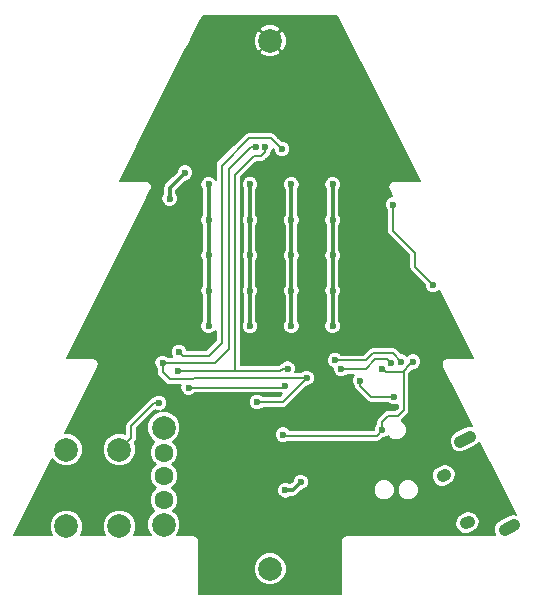
<source format=gbl>
G04 #@! TF.FileFunction,Copper,L2,Bot,Signal*
%FSLAX46Y46*%
G04 Gerber Fmt 4.6, Leading zero omitted, Abs format (unit mm)*
G04 Created by KiCad (PCBNEW 4.0.3-stable) date 11/02/16 23:14:01*
%MOMM*%
%LPD*%
G01*
G04 APERTURE LIST*
%ADD10C,0.100000*%
%ADD11C,1.000000*%
%ADD12C,2.000000*%
%ADD13C,1.600000*%
%ADD14C,0.600000*%
%ADD15C,0.200000*%
%ADD16C,0.300000*%
G04 APERTURE END LIST*
D10*
D11*
X144601367Y-124511998D02*
X144824905Y-124400058D01*
X146593895Y-128490984D02*
X146817433Y-128379044D01*
X146120100Y-121570642D02*
X146924838Y-121167658D01*
X149858888Y-129036830D02*
X150663626Y-128633846D01*
D12*
X130000000Y-87650000D03*
X130000000Y-132350000D03*
X112750000Y-128750000D03*
X117250000Y-128750000D03*
X117250000Y-122250000D03*
X112750000Y-122250000D03*
D13*
X121000000Y-124500000D03*
X121000000Y-126500000D03*
X121000000Y-122500000D03*
D12*
X121000000Y-120400000D03*
X121000000Y-128600000D03*
D14*
X131100000Y-120975000D03*
X139500000Y-120600000D03*
X142100000Y-114800000D03*
X122800000Y-98800000D03*
X121500000Y-101000000D03*
X139500000Y-115400000D03*
X130800000Y-95700000D03*
X142524999Y-119200001D03*
X139300000Y-123700000D03*
X135300000Y-132000000D03*
X136300000Y-98100000D03*
X138900000Y-112200000D03*
X115600000Y-116500000D03*
X127400000Y-91100000D03*
X124500000Y-112800000D03*
X117600000Y-116300000D03*
X125000000Y-123200000D03*
X136000000Y-123000000D03*
X134100000Y-128800000D03*
X127800000Y-126700000D03*
X145200000Y-114100000D03*
X136400000Y-88600000D03*
X123600000Y-88600000D03*
X141000000Y-99304739D03*
X119200000Y-98804739D03*
X114600000Y-114200000D03*
X114100000Y-118800000D03*
X131900000Y-127500000D03*
X124600000Y-132400000D03*
X143700000Y-125800000D03*
X143800000Y-125300000D03*
X144200000Y-125600000D03*
X132600000Y-125000000D03*
X131300000Y-125700000D03*
X143800000Y-108300000D03*
X140400000Y-101500000D03*
X120600000Y-118300000D03*
X124800000Y-111800000D03*
X124800000Y-99800000D03*
X124800000Y-108800000D03*
X124800000Y-105800000D03*
X124800000Y-102800000D03*
X128300000Y-99800000D03*
X128300000Y-102800000D03*
X128300000Y-105800000D03*
X128300000Y-108800000D03*
X128300000Y-111800000D03*
X131800000Y-111800000D03*
X131800000Y-108800000D03*
X131800000Y-105800000D03*
X131800000Y-102800000D03*
X131800000Y-99800000D03*
X135300000Y-99800000D03*
X135300000Y-102800000D03*
X135300000Y-105800000D03*
X135300000Y-108800000D03*
X135300000Y-111800000D03*
X141100000Y-114800000D03*
X135500000Y-114700000D03*
X137600000Y-116400000D03*
X133100000Y-116200000D03*
X140500000Y-117800000D03*
X128900000Y-118224264D03*
X120900000Y-114900000D03*
X128800000Y-96600000D03*
X129600000Y-96600000D03*
X140200000Y-114900000D03*
X131500000Y-115400000D03*
X122200000Y-115600000D03*
X136000000Y-115400000D03*
X123100000Y-117000000D03*
X131300000Y-116900000D03*
X131000000Y-96800000D03*
X122300000Y-114000000D03*
D15*
X139500000Y-120600000D02*
X139034156Y-121065844D01*
X139034156Y-121065844D02*
X131190844Y-121065844D01*
X131190844Y-121065844D02*
X131100000Y-120975000D01*
X139500000Y-115400000D02*
X139799999Y-115699999D01*
X139799999Y-115699999D02*
X141200001Y-115699999D01*
X141200001Y-115699999D02*
X141300000Y-115600000D01*
X141300000Y-115600000D02*
X141800001Y-115099999D01*
X139500000Y-120600000D02*
X139500000Y-119900000D01*
X140800000Y-119400000D02*
X141300000Y-118900000D01*
X139500000Y-119900000D02*
X140000000Y-119400000D01*
X141300000Y-118900000D02*
X141300000Y-115600000D01*
X140000000Y-119400000D02*
X140800000Y-119400000D01*
X141800001Y-115099999D02*
X142100000Y-114800000D01*
D16*
X121500000Y-101000000D02*
X121500000Y-100100000D01*
X121500000Y-100100000D02*
X122800000Y-98800000D01*
X131300000Y-125700000D02*
X131900000Y-125700000D01*
X131900000Y-125700000D02*
X132600000Y-125000000D01*
D15*
X143800000Y-108300000D02*
X142300000Y-106800000D01*
X142300000Y-106800000D02*
X142300000Y-105600000D01*
X140400000Y-103700000D02*
X142300000Y-105600000D01*
X140400000Y-101924264D02*
X140400000Y-103700000D01*
X140400000Y-101500000D02*
X140400000Y-101924264D01*
X118249999Y-121250001D02*
X118249999Y-120500000D01*
X120600000Y-118300000D02*
X120175736Y-118300000D01*
X120175736Y-118300000D02*
X118249999Y-120225737D01*
X118249999Y-120225737D02*
X118249999Y-120500000D01*
X117250000Y-122250000D02*
X118249999Y-121250001D01*
D16*
X124800000Y-111800000D02*
X124800000Y-111375736D01*
X124800000Y-111375736D02*
X124800000Y-108800000D01*
X124800000Y-99800000D02*
X124800000Y-102800000D01*
X124800000Y-105800000D02*
X124800000Y-102800000D01*
X124800000Y-108800000D02*
X124800000Y-108375736D01*
X124800000Y-108375736D02*
X124800000Y-105800000D01*
X128300000Y-102800000D02*
X128300000Y-99800000D01*
X128300000Y-105800000D02*
X128300000Y-102800000D01*
X128300000Y-108800000D02*
X128300000Y-105800000D01*
X128300000Y-111800000D02*
X128300000Y-108800000D01*
X131800000Y-108800000D02*
X131800000Y-111800000D01*
X131800000Y-105800000D02*
X131800000Y-108800000D01*
X131800000Y-102800000D02*
X131800000Y-105800000D01*
X131800000Y-99800000D02*
X131800000Y-102800000D01*
X135300000Y-100224264D02*
X135300000Y-102800000D01*
X135300000Y-99800000D02*
X135300000Y-100224264D01*
X135300000Y-105800000D02*
X135300000Y-102800000D01*
X135300000Y-108800000D02*
X135300000Y-105800000D01*
X135300000Y-111800000D02*
X135300000Y-108800000D01*
D15*
X138700000Y-114100000D02*
X140400000Y-114100000D01*
X140400000Y-114100000D02*
X141100000Y-114800000D01*
X138100000Y-114700000D02*
X138700000Y-114100000D01*
X137500000Y-114700000D02*
X138100000Y-114700000D01*
X135500000Y-114700000D02*
X137500000Y-114700000D01*
X137600000Y-116400000D02*
X137600000Y-116824264D01*
X140075736Y-117800000D02*
X140500000Y-117800000D01*
X137600000Y-116824264D02*
X138575736Y-117800000D01*
X138575736Y-117800000D02*
X140075736Y-117800000D01*
X128900000Y-118224264D02*
X131075736Y-118224264D01*
X131075736Y-118224264D02*
X133100000Y-116200000D01*
X133100000Y-116200000D02*
X123599998Y-116200000D01*
X123599998Y-116200000D02*
X123499999Y-116299999D01*
X123499999Y-116299999D02*
X121499999Y-116299999D01*
X121499999Y-116299999D02*
X120900000Y-115700000D01*
X120900000Y-115700000D02*
X120900000Y-114900000D01*
X126500000Y-98475736D02*
X126500000Y-113700000D01*
X126500000Y-113700000D02*
X125300000Y-114900000D01*
X128800000Y-96600000D02*
X128375736Y-96600000D01*
X128375736Y-96600000D02*
X126500000Y-98475736D01*
X121324264Y-114900000D02*
X125300000Y-114900000D01*
X120900000Y-114900000D02*
X121324264Y-114900000D01*
X129600000Y-96600000D02*
X129600000Y-97024264D01*
X128600000Y-97400000D02*
X127000000Y-99000000D01*
X127000000Y-99000000D02*
X127000000Y-115600000D01*
X129600000Y-97024264D02*
X129224264Y-97400000D01*
X129224264Y-97400000D02*
X128600000Y-97400000D01*
X138100000Y-115400000D02*
X138899999Y-114600001D01*
X138899999Y-114600001D02*
X139900001Y-114600001D01*
X139900001Y-114600001D02*
X140200000Y-114900000D01*
X138100000Y-115400000D02*
X136000000Y-115400000D01*
X131500000Y-115400000D02*
X131075736Y-115400000D01*
X130875736Y-115600000D02*
X127000000Y-115600000D01*
X131075736Y-115400000D02*
X130875736Y-115600000D01*
X127000000Y-115600000D02*
X122200000Y-115600000D01*
X123100000Y-117000000D02*
X131200000Y-117000000D01*
X131200000Y-117000000D02*
X131300000Y-116900000D01*
X122300000Y-114000000D02*
X122599999Y-114299999D01*
X122599999Y-114299999D02*
X124800000Y-114300000D01*
X124800000Y-114300000D02*
X125900000Y-113200000D01*
X125900000Y-113200000D02*
X125900000Y-98200000D01*
X125900000Y-98200000D02*
X128200000Y-95900000D01*
X128200000Y-95900000D02*
X130100000Y-95900000D01*
X130100000Y-95900000D02*
X131000000Y-96800000D01*
G36*
X142690982Y-99500000D02*
X140500000Y-99500000D01*
X140482379Y-99503505D01*
X140464556Y-99501258D01*
X140387262Y-99522425D01*
X140308658Y-99538060D01*
X140293721Y-99548041D01*
X140276393Y-99552786D01*
X140213076Y-99601926D01*
X140146447Y-99646447D01*
X140136467Y-99661383D01*
X140122273Y-99672399D01*
X140082586Y-99742021D01*
X140038060Y-99808658D01*
X140034555Y-99826281D01*
X140025659Y-99841886D01*
X140015636Y-99921391D01*
X140000000Y-100000000D01*
X140003505Y-100017621D01*
X140001258Y-100035444D01*
X140022425Y-100112738D01*
X140038060Y-100191342D01*
X140048041Y-100206279D01*
X140052786Y-100223607D01*
X140340957Y-100799948D01*
X140261372Y-100799879D01*
X140004000Y-100906223D01*
X139806915Y-101102964D01*
X139700122Y-101360150D01*
X139699879Y-101638628D01*
X139806223Y-101896000D01*
X139900000Y-101989941D01*
X139900000Y-103700000D01*
X139938060Y-103891342D01*
X140046447Y-104053553D01*
X141800000Y-105807107D01*
X141800000Y-106800000D01*
X141838060Y-106991342D01*
X141946447Y-107153553D01*
X143099994Y-108307101D01*
X143099879Y-108438628D01*
X143206223Y-108696000D01*
X143402964Y-108893085D01*
X143660150Y-108999878D01*
X143938628Y-109000121D01*
X144196000Y-108893777D01*
X144323988Y-108766012D01*
X147190982Y-114500000D01*
X145000000Y-114500000D01*
X144982379Y-114503505D01*
X144964556Y-114501258D01*
X144887262Y-114522425D01*
X144808658Y-114538060D01*
X144793721Y-114548041D01*
X144776393Y-114552786D01*
X144713076Y-114601926D01*
X144646447Y-114646447D01*
X144636467Y-114661383D01*
X144622273Y-114672399D01*
X144582586Y-114742021D01*
X144538060Y-114808658D01*
X144534555Y-114826281D01*
X144525659Y-114841886D01*
X144515636Y-114921391D01*
X144500000Y-115000000D01*
X144503505Y-115017621D01*
X144501258Y-115035444D01*
X144522425Y-115112738D01*
X144538060Y-115191342D01*
X144548041Y-115206279D01*
X144552786Y-115223607D01*
X147082483Y-120283000D01*
X146884139Y-120258119D01*
X146545504Y-120351077D01*
X145693468Y-120777745D01*
X145416183Y-120993217D01*
X145242463Y-121298400D01*
X145198754Y-121646832D01*
X145291712Y-121985467D01*
X145507184Y-122262752D01*
X145812367Y-122436472D01*
X146160799Y-122480181D01*
X146499434Y-122387223D01*
X147351470Y-121960555D01*
X147628755Y-121745083D01*
X147727121Y-121572278D01*
X150815196Y-127748426D01*
X150622927Y-127724307D01*
X150284292Y-127817265D01*
X149432256Y-128243933D01*
X149154971Y-128459405D01*
X148981251Y-128764588D01*
X148937542Y-129113020D01*
X149030500Y-129451655D01*
X149068068Y-129500000D01*
X136500000Y-129500000D01*
X136308658Y-129538060D01*
X136146447Y-129646447D01*
X136038060Y-129808658D01*
X136000000Y-130000000D01*
X136000000Y-134500000D01*
X124000000Y-134500000D01*
X124000000Y-132627256D01*
X128599757Y-132627256D01*
X128812445Y-133142000D01*
X129205928Y-133536170D01*
X129720301Y-133749757D01*
X130277256Y-133750243D01*
X130792000Y-133537555D01*
X131186170Y-133144072D01*
X131399757Y-132629699D01*
X131400243Y-132072744D01*
X131187555Y-131558000D01*
X130794072Y-131163830D01*
X130279699Y-130950243D01*
X129722744Y-130949757D01*
X129208000Y-131162445D01*
X128813830Y-131555928D01*
X128600243Y-132070301D01*
X128599757Y-132627256D01*
X124000000Y-132627256D01*
X124000000Y-130000000D01*
X123961940Y-129808658D01*
X123853553Y-129646447D01*
X123691342Y-129538060D01*
X123500000Y-129500000D01*
X122080057Y-129500000D01*
X122186170Y-129394072D01*
X122399757Y-128879699D01*
X122400032Y-128564321D01*
X145678242Y-128564321D01*
X145771199Y-128902956D01*
X145986670Y-129180242D01*
X146291853Y-129353963D01*
X146640285Y-129397672D01*
X146978920Y-129304715D01*
X147238370Y-129174793D01*
X147515656Y-128959322D01*
X147689376Y-128654139D01*
X147733086Y-128305708D01*
X147640129Y-127967072D01*
X147424658Y-127689786D01*
X147119475Y-127516066D01*
X146771043Y-127472356D01*
X146432408Y-127565313D01*
X146172958Y-127695235D01*
X145895672Y-127910706D01*
X145721951Y-128215889D01*
X145678242Y-128564321D01*
X122400032Y-128564321D01*
X122400243Y-128322744D01*
X122187555Y-127808000D01*
X121794072Y-127413830D01*
X121786332Y-127410616D01*
X122016717Y-127180633D01*
X122199791Y-126739742D01*
X122200207Y-126262353D01*
X122025128Y-125838628D01*
X130599879Y-125838628D01*
X130706223Y-126096000D01*
X130902964Y-126293085D01*
X131160150Y-126399878D01*
X131438628Y-126400121D01*
X131696000Y-126293777D01*
X131739854Y-126250000D01*
X131900000Y-126250000D01*
X132110476Y-126208134D01*
X132288909Y-126088909D01*
X132559582Y-125818236D01*
X138778844Y-125818236D01*
X138915572Y-126149143D01*
X139168525Y-126402538D01*
X139499194Y-126539843D01*
X139857236Y-126540156D01*
X140188143Y-126403428D01*
X140441538Y-126150475D01*
X140578843Y-125819806D01*
X140578844Y-125818236D01*
X140810844Y-125818236D01*
X140947572Y-126149143D01*
X141200525Y-126402538D01*
X141531194Y-126539843D01*
X141889236Y-126540156D01*
X142220143Y-126403428D01*
X142473538Y-126150475D01*
X142610843Y-125819806D01*
X142611156Y-125461764D01*
X142474428Y-125130857D01*
X142221475Y-124877462D01*
X141890806Y-124740157D01*
X141532764Y-124739844D01*
X141201857Y-124876572D01*
X140948462Y-125129525D01*
X140811157Y-125460194D01*
X140810844Y-125818236D01*
X140578844Y-125818236D01*
X140579156Y-125461764D01*
X140442428Y-125130857D01*
X140189475Y-124877462D01*
X139858806Y-124740157D01*
X139500764Y-124739844D01*
X139169857Y-124876572D01*
X138916462Y-125129525D01*
X138779157Y-125460194D01*
X138778844Y-125818236D01*
X132559582Y-125818236D01*
X132677750Y-125700068D01*
X132738628Y-125700121D01*
X132996000Y-125593777D01*
X133193085Y-125397036D01*
X133299878Y-125139850D01*
X133300121Y-124861372D01*
X133193777Y-124604000D01*
X133175145Y-124585335D01*
X143685714Y-124585335D01*
X143778671Y-124923970D01*
X143994142Y-125201256D01*
X144299325Y-125374977D01*
X144647757Y-125418686D01*
X144986392Y-125325729D01*
X145245842Y-125195807D01*
X145523128Y-124980336D01*
X145696848Y-124675153D01*
X145740558Y-124326722D01*
X145647601Y-123988086D01*
X145432130Y-123710800D01*
X145126947Y-123537080D01*
X144778515Y-123493370D01*
X144439880Y-123586327D01*
X144180430Y-123716249D01*
X143903144Y-123931720D01*
X143729423Y-124236903D01*
X143685714Y-124585335D01*
X133175145Y-124585335D01*
X132997036Y-124406915D01*
X132739850Y-124300122D01*
X132461372Y-124299879D01*
X132204000Y-124406223D01*
X132006915Y-124602964D01*
X131900122Y-124860150D01*
X131900068Y-124922115D01*
X131706144Y-125116039D01*
X131697036Y-125106915D01*
X131439850Y-125000122D01*
X131161372Y-124999879D01*
X130904000Y-125106223D01*
X130706915Y-125302964D01*
X130600122Y-125560150D01*
X130599879Y-125838628D01*
X122025128Y-125838628D01*
X122017903Y-125821143D01*
X121697057Y-125499735D01*
X122016717Y-125180633D01*
X122199791Y-124739742D01*
X122200207Y-124262353D01*
X122017903Y-123821143D01*
X121697057Y-123499735D01*
X122016717Y-123180633D01*
X122199791Y-122739742D01*
X122200207Y-122262353D01*
X122017903Y-121821143D01*
X121786848Y-121589684D01*
X121792000Y-121587555D01*
X122186170Y-121194072D01*
X122219573Y-121113628D01*
X130399879Y-121113628D01*
X130506223Y-121371000D01*
X130702964Y-121568085D01*
X130960150Y-121674878D01*
X131238628Y-121675121D01*
X131496000Y-121568777D01*
X131498938Y-121565844D01*
X139034156Y-121565844D01*
X139225498Y-121527784D01*
X139387709Y-121419397D01*
X139507100Y-121300006D01*
X139638628Y-121300121D01*
X139896000Y-121193777D01*
X139976134Y-121113783D01*
X140184525Y-121322538D01*
X140515194Y-121459843D01*
X140873236Y-121460156D01*
X141204143Y-121323428D01*
X141457538Y-121070475D01*
X141594843Y-120739806D01*
X141595156Y-120381764D01*
X141458428Y-120050857D01*
X141205475Y-119797462D01*
X141132925Y-119767337D01*
X141153553Y-119753553D01*
X141653554Y-119253553D01*
X141761940Y-119091342D01*
X141800000Y-118900000D01*
X141800000Y-115807106D01*
X142107101Y-115500006D01*
X142238628Y-115500121D01*
X142496000Y-115393777D01*
X142693085Y-115197036D01*
X142799878Y-114939850D01*
X142800121Y-114661372D01*
X142693777Y-114404000D01*
X142497036Y-114206915D01*
X142239850Y-114100122D01*
X141961372Y-114099879D01*
X141704000Y-114206223D01*
X141599991Y-114310050D01*
X141497036Y-114206915D01*
X141239850Y-114100122D01*
X141107113Y-114100006D01*
X140753553Y-113746447D01*
X140591342Y-113638060D01*
X140400000Y-113600000D01*
X138700000Y-113600000D01*
X138508658Y-113638060D01*
X138346447Y-113746447D01*
X137892894Y-114200000D01*
X135989959Y-114200000D01*
X135897036Y-114106915D01*
X135639850Y-114000122D01*
X135361372Y-113999879D01*
X135104000Y-114106223D01*
X134906915Y-114302964D01*
X134800122Y-114560150D01*
X134799879Y-114838628D01*
X134906223Y-115096000D01*
X135102964Y-115293085D01*
X135300022Y-115374911D01*
X135299879Y-115538628D01*
X135406223Y-115796000D01*
X135602964Y-115993085D01*
X135860150Y-116099878D01*
X136138628Y-116100121D01*
X136396000Y-115993777D01*
X136489941Y-115900000D01*
X137110059Y-115900000D01*
X137006915Y-116002964D01*
X136900122Y-116260150D01*
X136899879Y-116538628D01*
X137006223Y-116796000D01*
X137116315Y-116906285D01*
X137138060Y-117015606D01*
X137246447Y-117177817D01*
X138222183Y-118153553D01*
X138384394Y-118261940D01*
X138575736Y-118300000D01*
X140010041Y-118300000D01*
X140102964Y-118393085D01*
X140360150Y-118499878D01*
X140638628Y-118500121D01*
X140800000Y-118433443D01*
X140800000Y-118692893D01*
X140592894Y-118900000D01*
X140000000Y-118900000D01*
X139808658Y-118938060D01*
X139646447Y-119046446D01*
X139146447Y-119546447D01*
X139038060Y-119708658D01*
X139000000Y-119900000D01*
X139000000Y-120110041D01*
X138906915Y-120202964D01*
X138800122Y-120460150D01*
X138800030Y-120565844D01*
X131680644Y-120565844D01*
X131497036Y-120381915D01*
X131239850Y-120275122D01*
X130961372Y-120274879D01*
X130704000Y-120381223D01*
X130506915Y-120577964D01*
X130400122Y-120835150D01*
X130399879Y-121113628D01*
X122219573Y-121113628D01*
X122399757Y-120679699D01*
X122400243Y-120122744D01*
X122187555Y-119608000D01*
X121794072Y-119213830D01*
X121279699Y-119000243D01*
X120739474Y-118999772D01*
X120996000Y-118893777D01*
X121193085Y-118697036D01*
X121299878Y-118439850D01*
X121300121Y-118161372D01*
X121193777Y-117904000D01*
X120997036Y-117706915D01*
X120739850Y-117600122D01*
X120461372Y-117599879D01*
X120204000Y-117706223D01*
X120093716Y-117816315D01*
X119984394Y-117838060D01*
X119822182Y-117946447D01*
X117896446Y-119872184D01*
X117788059Y-120034395D01*
X117749999Y-120225737D01*
X117749999Y-120941720D01*
X117529699Y-120850243D01*
X116972744Y-120849757D01*
X116458000Y-121062445D01*
X116063830Y-121455928D01*
X115850243Y-121970301D01*
X115849757Y-122527256D01*
X116062445Y-123042000D01*
X116455928Y-123436170D01*
X116970301Y-123649757D01*
X117527256Y-123650243D01*
X118042000Y-123437555D01*
X118436170Y-123044072D01*
X118649757Y-122529699D01*
X118650243Y-121972744D01*
X118528647Y-121678459D01*
X118603552Y-121603554D01*
X118711939Y-121441343D01*
X118734374Y-121328553D01*
X118749999Y-121250001D01*
X118749999Y-120432843D01*
X120264292Y-118918551D01*
X120460150Y-118999878D01*
X120721898Y-119000106D01*
X120208000Y-119212445D01*
X119813830Y-119605928D01*
X119600243Y-120120301D01*
X119599757Y-120677256D01*
X119812445Y-121192000D01*
X120205928Y-121586170D01*
X120213668Y-121589384D01*
X119983283Y-121819367D01*
X119800209Y-122260258D01*
X119799793Y-122737647D01*
X119982097Y-123178857D01*
X120302943Y-123500265D01*
X119983283Y-123819367D01*
X119800209Y-124260258D01*
X119799793Y-124737647D01*
X119982097Y-125178857D01*
X120302943Y-125500265D01*
X119983283Y-125819367D01*
X119800209Y-126260258D01*
X119799793Y-126737647D01*
X119982097Y-127178857D01*
X120213152Y-127410316D01*
X120208000Y-127412445D01*
X119813830Y-127805928D01*
X119600243Y-128320301D01*
X119599757Y-128877256D01*
X119812445Y-129392000D01*
X119920257Y-129500000D01*
X118454470Y-129500000D01*
X118649757Y-129029699D01*
X118650243Y-128472744D01*
X118437555Y-127958000D01*
X118044072Y-127563830D01*
X117529699Y-127350243D01*
X116972744Y-127349757D01*
X116458000Y-127562445D01*
X116063830Y-127955928D01*
X115850243Y-128470301D01*
X115849757Y-129027256D01*
X116045091Y-129500000D01*
X113954470Y-129500000D01*
X114149757Y-129029699D01*
X114150243Y-128472744D01*
X113937555Y-127958000D01*
X113544072Y-127563830D01*
X113029699Y-127350243D01*
X112472744Y-127349757D01*
X111958000Y-127562445D01*
X111563830Y-127955928D01*
X111350243Y-128470301D01*
X111349757Y-129027256D01*
X111545091Y-129500000D01*
X108309018Y-129500000D01*
X111551392Y-123015250D01*
X111562445Y-123042000D01*
X111955928Y-123436170D01*
X112470301Y-123649757D01*
X113027256Y-123650243D01*
X113542000Y-123437555D01*
X113936170Y-123044072D01*
X114149757Y-122529699D01*
X114150243Y-121972744D01*
X113937555Y-121458000D01*
X113544072Y-121063830D01*
X113029699Y-120850243D01*
X112634069Y-120849898D01*
X115447214Y-115223607D01*
X115451959Y-115206279D01*
X115461940Y-115191342D01*
X115477574Y-115112746D01*
X115497871Y-115038628D01*
X120199879Y-115038628D01*
X120306223Y-115296000D01*
X120400000Y-115389941D01*
X120400000Y-115700000D01*
X120429130Y-115846446D01*
X120438060Y-115891342D01*
X120546447Y-116053553D01*
X121146446Y-116653553D01*
X121243685Y-116718525D01*
X121308657Y-116761939D01*
X121499999Y-116799999D01*
X122425099Y-116799999D01*
X122400122Y-116860150D01*
X122399879Y-117138628D01*
X122506223Y-117396000D01*
X122702964Y-117593085D01*
X122960150Y-117699878D01*
X123238628Y-117700121D01*
X123496000Y-117593777D01*
X123589941Y-117500000D01*
X130919617Y-117500000D01*
X131042054Y-117550840D01*
X130868630Y-117724264D01*
X129389959Y-117724264D01*
X129297036Y-117631179D01*
X129039850Y-117524386D01*
X128761372Y-117524143D01*
X128504000Y-117630487D01*
X128306915Y-117827228D01*
X128200122Y-118084414D01*
X128199879Y-118362892D01*
X128306223Y-118620264D01*
X128502964Y-118817349D01*
X128760150Y-118924142D01*
X129038628Y-118924385D01*
X129296000Y-118818041D01*
X129389941Y-118724264D01*
X131075736Y-118724264D01*
X131267078Y-118686204D01*
X131429289Y-118577817D01*
X133107101Y-116900006D01*
X133238628Y-116900121D01*
X133496000Y-116793777D01*
X133693085Y-116597036D01*
X133799878Y-116339850D01*
X133800121Y-116061372D01*
X133693777Y-115804000D01*
X133497036Y-115606915D01*
X133239850Y-115500122D01*
X132961372Y-115499879D01*
X132704000Y-115606223D01*
X132610059Y-115700000D01*
X132133378Y-115700000D01*
X132199878Y-115539850D01*
X132200121Y-115261372D01*
X132093777Y-115004000D01*
X131897036Y-114806915D01*
X131639850Y-114700122D01*
X131361372Y-114699879D01*
X131104000Y-114806223D01*
X130993716Y-114916315D01*
X130884394Y-114938060D01*
X130819422Y-114981474D01*
X130722183Y-115046446D01*
X130668629Y-115100000D01*
X127500000Y-115100000D01*
X127500000Y-99938628D01*
X127599879Y-99938628D01*
X127706223Y-100196000D01*
X127750000Y-100239854D01*
X127750000Y-102359954D01*
X127706915Y-102402964D01*
X127600122Y-102660150D01*
X127599879Y-102938628D01*
X127706223Y-103196000D01*
X127750000Y-103239854D01*
X127750000Y-105359954D01*
X127706915Y-105402964D01*
X127600122Y-105660150D01*
X127599879Y-105938628D01*
X127706223Y-106196000D01*
X127750000Y-106239854D01*
X127750000Y-108359954D01*
X127706915Y-108402964D01*
X127600122Y-108660150D01*
X127599879Y-108938628D01*
X127706223Y-109196000D01*
X127750000Y-109239854D01*
X127750000Y-111359954D01*
X127706915Y-111402964D01*
X127600122Y-111660150D01*
X127599879Y-111938628D01*
X127706223Y-112196000D01*
X127902964Y-112393085D01*
X128160150Y-112499878D01*
X128438628Y-112500121D01*
X128696000Y-112393777D01*
X128893085Y-112197036D01*
X128999878Y-111939850D01*
X129000121Y-111661372D01*
X128893777Y-111404000D01*
X128850000Y-111360146D01*
X128850000Y-109240046D01*
X128893085Y-109197036D01*
X128999878Y-108939850D01*
X129000121Y-108661372D01*
X128893777Y-108404000D01*
X128850000Y-108360146D01*
X128850000Y-106240046D01*
X128893085Y-106197036D01*
X128999878Y-105939850D01*
X129000121Y-105661372D01*
X128893777Y-105404000D01*
X128850000Y-105360146D01*
X128850000Y-103240046D01*
X128893085Y-103197036D01*
X128999878Y-102939850D01*
X129000121Y-102661372D01*
X128893777Y-102404000D01*
X128850000Y-102360146D01*
X128850000Y-100240046D01*
X128893085Y-100197036D01*
X128999878Y-99939850D01*
X128999879Y-99938628D01*
X131099879Y-99938628D01*
X131206223Y-100196000D01*
X131250000Y-100239854D01*
X131250000Y-102359954D01*
X131206915Y-102402964D01*
X131100122Y-102660150D01*
X131099879Y-102938628D01*
X131206223Y-103196000D01*
X131250000Y-103239854D01*
X131250000Y-105359954D01*
X131206915Y-105402964D01*
X131100122Y-105660150D01*
X131099879Y-105938628D01*
X131206223Y-106196000D01*
X131250000Y-106239854D01*
X131250000Y-108359954D01*
X131206915Y-108402964D01*
X131100122Y-108660150D01*
X131099879Y-108938628D01*
X131206223Y-109196000D01*
X131250000Y-109239854D01*
X131250000Y-111359954D01*
X131206915Y-111402964D01*
X131100122Y-111660150D01*
X131099879Y-111938628D01*
X131206223Y-112196000D01*
X131402964Y-112393085D01*
X131660150Y-112499878D01*
X131938628Y-112500121D01*
X132196000Y-112393777D01*
X132393085Y-112197036D01*
X132499878Y-111939850D01*
X132500121Y-111661372D01*
X132393777Y-111404000D01*
X132350000Y-111360146D01*
X132350000Y-109240046D01*
X132393085Y-109197036D01*
X132499878Y-108939850D01*
X132500121Y-108661372D01*
X132393777Y-108404000D01*
X132350000Y-108360146D01*
X132350000Y-106240046D01*
X132393085Y-106197036D01*
X132499878Y-105939850D01*
X132500121Y-105661372D01*
X132393777Y-105404000D01*
X132350000Y-105360146D01*
X132350000Y-103240046D01*
X132393085Y-103197036D01*
X132499878Y-102939850D01*
X132500121Y-102661372D01*
X132393777Y-102404000D01*
X132350000Y-102360146D01*
X132350000Y-100240046D01*
X132393085Y-100197036D01*
X132499878Y-99939850D01*
X132499879Y-99938628D01*
X134599879Y-99938628D01*
X134706223Y-100196000D01*
X134750000Y-100239854D01*
X134750000Y-102359954D01*
X134706915Y-102402964D01*
X134600122Y-102660150D01*
X134599879Y-102938628D01*
X134706223Y-103196000D01*
X134750000Y-103239854D01*
X134750000Y-105359954D01*
X134706915Y-105402964D01*
X134600122Y-105660150D01*
X134599879Y-105938628D01*
X134706223Y-106196000D01*
X134750000Y-106239854D01*
X134750000Y-108359954D01*
X134706915Y-108402964D01*
X134600122Y-108660150D01*
X134599879Y-108938628D01*
X134706223Y-109196000D01*
X134750000Y-109239854D01*
X134750000Y-111359954D01*
X134706915Y-111402964D01*
X134600122Y-111660150D01*
X134599879Y-111938628D01*
X134706223Y-112196000D01*
X134902964Y-112393085D01*
X135160150Y-112499878D01*
X135438628Y-112500121D01*
X135696000Y-112393777D01*
X135893085Y-112197036D01*
X135999878Y-111939850D01*
X136000121Y-111661372D01*
X135893777Y-111404000D01*
X135850000Y-111360146D01*
X135850000Y-109240046D01*
X135893085Y-109197036D01*
X135999878Y-108939850D01*
X136000121Y-108661372D01*
X135893777Y-108404000D01*
X135850000Y-108360146D01*
X135850000Y-106240046D01*
X135893085Y-106197036D01*
X135999878Y-105939850D01*
X136000121Y-105661372D01*
X135893777Y-105404000D01*
X135850000Y-105360146D01*
X135850000Y-103240046D01*
X135893085Y-103197036D01*
X135999878Y-102939850D01*
X136000121Y-102661372D01*
X135893777Y-102404000D01*
X135850000Y-102360146D01*
X135850000Y-100240046D01*
X135893085Y-100197036D01*
X135999878Y-99939850D01*
X136000121Y-99661372D01*
X135893777Y-99404000D01*
X135697036Y-99206915D01*
X135439850Y-99100122D01*
X135161372Y-99099879D01*
X134904000Y-99206223D01*
X134706915Y-99402964D01*
X134600122Y-99660150D01*
X134599879Y-99938628D01*
X132499879Y-99938628D01*
X132500121Y-99661372D01*
X132393777Y-99404000D01*
X132197036Y-99206915D01*
X131939850Y-99100122D01*
X131661372Y-99099879D01*
X131404000Y-99206223D01*
X131206915Y-99402964D01*
X131100122Y-99660150D01*
X131099879Y-99938628D01*
X128999879Y-99938628D01*
X129000121Y-99661372D01*
X128893777Y-99404000D01*
X128697036Y-99206915D01*
X128439850Y-99100122D01*
X128161372Y-99099879D01*
X127904000Y-99206223D01*
X127706915Y-99402964D01*
X127600122Y-99660150D01*
X127599879Y-99938628D01*
X127500000Y-99938628D01*
X127500000Y-99207106D01*
X128807107Y-97900000D01*
X129224264Y-97900000D01*
X129415606Y-97861940D01*
X129577817Y-97753553D01*
X129953553Y-97377817D01*
X130061940Y-97215606D01*
X130083694Y-97106236D01*
X130193085Y-96997036D01*
X130280180Y-96787287D01*
X130299994Y-96807100D01*
X130299879Y-96938628D01*
X130406223Y-97196000D01*
X130602964Y-97393085D01*
X130860150Y-97499878D01*
X131138628Y-97500121D01*
X131396000Y-97393777D01*
X131593085Y-97197036D01*
X131699878Y-96939850D01*
X131700121Y-96661372D01*
X131593777Y-96404000D01*
X131397036Y-96206915D01*
X131139850Y-96100122D01*
X131007113Y-96100006D01*
X130453553Y-95546447D01*
X130291342Y-95438060D01*
X130100000Y-95400000D01*
X128200000Y-95400000D01*
X128008658Y-95438060D01*
X127846446Y-95546447D01*
X125546447Y-97846447D01*
X125438060Y-98008658D01*
X125400000Y-98200000D01*
X125400000Y-99419061D01*
X125393777Y-99404000D01*
X125197036Y-99206915D01*
X124939850Y-99100122D01*
X124661372Y-99099879D01*
X124404000Y-99206223D01*
X124206915Y-99402964D01*
X124100122Y-99660150D01*
X124099879Y-99938628D01*
X124206223Y-100196000D01*
X124250000Y-100239854D01*
X124250000Y-102359954D01*
X124206915Y-102402964D01*
X124100122Y-102660150D01*
X124099879Y-102938628D01*
X124206223Y-103196000D01*
X124250000Y-103239854D01*
X124250000Y-105359954D01*
X124206915Y-105402964D01*
X124100122Y-105660150D01*
X124099879Y-105938628D01*
X124206223Y-106196000D01*
X124250000Y-106239854D01*
X124250000Y-108359954D01*
X124206915Y-108402964D01*
X124100122Y-108660150D01*
X124099879Y-108938628D01*
X124206223Y-109196000D01*
X124250000Y-109239854D01*
X124250000Y-111359954D01*
X124206915Y-111402964D01*
X124100122Y-111660150D01*
X124099879Y-111938628D01*
X124206223Y-112196000D01*
X124402964Y-112393085D01*
X124660150Y-112499878D01*
X124938628Y-112500121D01*
X125196000Y-112393777D01*
X125393085Y-112197036D01*
X125400000Y-112180383D01*
X125400000Y-112992894D01*
X124592894Y-113800000D01*
X122974762Y-113799999D01*
X122893777Y-113604000D01*
X122697036Y-113406915D01*
X122439850Y-113300122D01*
X122161372Y-113299879D01*
X121904000Y-113406223D01*
X121706915Y-113602964D01*
X121600122Y-113860150D01*
X121599879Y-114138628D01*
X121706223Y-114396000D01*
X121710216Y-114400000D01*
X121389959Y-114400000D01*
X121297036Y-114306915D01*
X121039850Y-114200122D01*
X120761372Y-114199879D01*
X120504000Y-114306223D01*
X120306915Y-114502964D01*
X120200122Y-114760150D01*
X120199879Y-115038628D01*
X115497871Y-115038628D01*
X115498743Y-115035444D01*
X115496496Y-115017618D01*
X115500000Y-115000000D01*
X115484365Y-114921397D01*
X115474341Y-114841886D01*
X115465445Y-114826281D01*
X115461940Y-114808658D01*
X115417414Y-114742021D01*
X115377727Y-114672399D01*
X115363533Y-114661383D01*
X115353553Y-114646447D01*
X115286924Y-114601926D01*
X115223607Y-114552786D01*
X115206279Y-114548041D01*
X115191342Y-114538060D01*
X115112746Y-114522426D01*
X115035444Y-114501257D01*
X115017618Y-114503504D01*
X115000000Y-114500000D01*
X112809018Y-114500000D01*
X119489703Y-101138628D01*
X120799879Y-101138628D01*
X120906223Y-101396000D01*
X121102964Y-101593085D01*
X121360150Y-101699878D01*
X121638628Y-101700121D01*
X121896000Y-101593777D01*
X122093085Y-101397036D01*
X122199878Y-101139850D01*
X122200121Y-100861372D01*
X122093777Y-100604000D01*
X122050000Y-100560146D01*
X122050000Y-100327818D01*
X122877749Y-99500068D01*
X122938628Y-99500121D01*
X123196000Y-99393777D01*
X123393085Y-99197036D01*
X123499878Y-98939850D01*
X123500121Y-98661372D01*
X123393777Y-98404000D01*
X123197036Y-98206915D01*
X122939850Y-98100122D01*
X122661372Y-98099879D01*
X122404000Y-98206223D01*
X122206915Y-98402964D01*
X122100122Y-98660150D01*
X122100068Y-98722115D01*
X121111091Y-99711091D01*
X120991866Y-99889524D01*
X120950000Y-100100000D01*
X120950000Y-100559954D01*
X120906915Y-100602964D01*
X120800122Y-100860150D01*
X120799879Y-101138628D01*
X119489703Y-101138628D01*
X119947214Y-100223607D01*
X119951959Y-100206279D01*
X119961940Y-100191342D01*
X119977574Y-100112746D01*
X119998743Y-100035444D01*
X119996496Y-100017618D01*
X120000000Y-100000000D01*
X119984365Y-99921397D01*
X119974341Y-99841886D01*
X119965445Y-99826281D01*
X119961940Y-99808658D01*
X119917414Y-99742021D01*
X119877727Y-99672399D01*
X119863533Y-99661383D01*
X119853553Y-99646447D01*
X119786924Y-99601926D01*
X119723607Y-99552786D01*
X119706279Y-99548041D01*
X119691342Y-99538060D01*
X119612746Y-99522426D01*
X119535444Y-99501257D01*
X119517618Y-99503504D01*
X119500000Y-99500000D01*
X117309018Y-99500000D01*
X122747356Y-88623323D01*
X129097388Y-88623323D01*
X129201944Y-88833494D01*
X129715596Y-89048809D01*
X130272546Y-89051167D01*
X130788003Y-88840211D01*
X130798056Y-88833494D01*
X130902612Y-88623323D01*
X130000000Y-87720711D01*
X129097388Y-88623323D01*
X122747356Y-88623323D01*
X123097745Y-87922546D01*
X128598833Y-87922546D01*
X128809789Y-88438003D01*
X128816506Y-88448056D01*
X129026677Y-88552612D01*
X129929289Y-87650000D01*
X130070711Y-87650000D01*
X130973323Y-88552612D01*
X131183494Y-88448056D01*
X131398809Y-87934404D01*
X131401167Y-87377454D01*
X131190211Y-86861997D01*
X131183494Y-86851944D01*
X130973323Y-86747388D01*
X130070711Y-87650000D01*
X129929289Y-87650000D01*
X129026677Y-86747388D01*
X128816506Y-86851944D01*
X128601191Y-87365596D01*
X128598833Y-87922546D01*
X123097745Y-87922546D01*
X123720679Y-86676677D01*
X129097388Y-86676677D01*
X130000000Y-87579289D01*
X130902612Y-86676677D01*
X130798056Y-86466506D01*
X130284404Y-86251191D01*
X129727454Y-86248833D01*
X129211997Y-86459789D01*
X129201944Y-86466506D01*
X129097388Y-86676677D01*
X123720679Y-86676677D01*
X124309018Y-85500000D01*
X135690982Y-85500000D01*
X142690982Y-99500000D01*
X142690982Y-99500000D01*
G37*
X142690982Y-99500000D02*
X140500000Y-99500000D01*
X140482379Y-99503505D01*
X140464556Y-99501258D01*
X140387262Y-99522425D01*
X140308658Y-99538060D01*
X140293721Y-99548041D01*
X140276393Y-99552786D01*
X140213076Y-99601926D01*
X140146447Y-99646447D01*
X140136467Y-99661383D01*
X140122273Y-99672399D01*
X140082586Y-99742021D01*
X140038060Y-99808658D01*
X140034555Y-99826281D01*
X140025659Y-99841886D01*
X140015636Y-99921391D01*
X140000000Y-100000000D01*
X140003505Y-100017621D01*
X140001258Y-100035444D01*
X140022425Y-100112738D01*
X140038060Y-100191342D01*
X140048041Y-100206279D01*
X140052786Y-100223607D01*
X140340957Y-100799948D01*
X140261372Y-100799879D01*
X140004000Y-100906223D01*
X139806915Y-101102964D01*
X139700122Y-101360150D01*
X139699879Y-101638628D01*
X139806223Y-101896000D01*
X139900000Y-101989941D01*
X139900000Y-103700000D01*
X139938060Y-103891342D01*
X140046447Y-104053553D01*
X141800000Y-105807107D01*
X141800000Y-106800000D01*
X141838060Y-106991342D01*
X141946447Y-107153553D01*
X143099994Y-108307101D01*
X143099879Y-108438628D01*
X143206223Y-108696000D01*
X143402964Y-108893085D01*
X143660150Y-108999878D01*
X143938628Y-109000121D01*
X144196000Y-108893777D01*
X144323988Y-108766012D01*
X147190982Y-114500000D01*
X145000000Y-114500000D01*
X144982379Y-114503505D01*
X144964556Y-114501258D01*
X144887262Y-114522425D01*
X144808658Y-114538060D01*
X144793721Y-114548041D01*
X144776393Y-114552786D01*
X144713076Y-114601926D01*
X144646447Y-114646447D01*
X144636467Y-114661383D01*
X144622273Y-114672399D01*
X144582586Y-114742021D01*
X144538060Y-114808658D01*
X144534555Y-114826281D01*
X144525659Y-114841886D01*
X144515636Y-114921391D01*
X144500000Y-115000000D01*
X144503505Y-115017621D01*
X144501258Y-115035444D01*
X144522425Y-115112738D01*
X144538060Y-115191342D01*
X144548041Y-115206279D01*
X144552786Y-115223607D01*
X147082483Y-120283000D01*
X146884139Y-120258119D01*
X146545504Y-120351077D01*
X145693468Y-120777745D01*
X145416183Y-120993217D01*
X145242463Y-121298400D01*
X145198754Y-121646832D01*
X145291712Y-121985467D01*
X145507184Y-122262752D01*
X145812367Y-122436472D01*
X146160799Y-122480181D01*
X146499434Y-122387223D01*
X147351470Y-121960555D01*
X147628755Y-121745083D01*
X147727121Y-121572278D01*
X150815196Y-127748426D01*
X150622927Y-127724307D01*
X150284292Y-127817265D01*
X149432256Y-128243933D01*
X149154971Y-128459405D01*
X148981251Y-128764588D01*
X148937542Y-129113020D01*
X149030500Y-129451655D01*
X149068068Y-129500000D01*
X136500000Y-129500000D01*
X136308658Y-129538060D01*
X136146447Y-129646447D01*
X136038060Y-129808658D01*
X136000000Y-130000000D01*
X136000000Y-134500000D01*
X124000000Y-134500000D01*
X124000000Y-132627256D01*
X128599757Y-132627256D01*
X128812445Y-133142000D01*
X129205928Y-133536170D01*
X129720301Y-133749757D01*
X130277256Y-133750243D01*
X130792000Y-133537555D01*
X131186170Y-133144072D01*
X131399757Y-132629699D01*
X131400243Y-132072744D01*
X131187555Y-131558000D01*
X130794072Y-131163830D01*
X130279699Y-130950243D01*
X129722744Y-130949757D01*
X129208000Y-131162445D01*
X128813830Y-131555928D01*
X128600243Y-132070301D01*
X128599757Y-132627256D01*
X124000000Y-132627256D01*
X124000000Y-130000000D01*
X123961940Y-129808658D01*
X123853553Y-129646447D01*
X123691342Y-129538060D01*
X123500000Y-129500000D01*
X122080057Y-129500000D01*
X122186170Y-129394072D01*
X122399757Y-128879699D01*
X122400032Y-128564321D01*
X145678242Y-128564321D01*
X145771199Y-128902956D01*
X145986670Y-129180242D01*
X146291853Y-129353963D01*
X146640285Y-129397672D01*
X146978920Y-129304715D01*
X147238370Y-129174793D01*
X147515656Y-128959322D01*
X147689376Y-128654139D01*
X147733086Y-128305708D01*
X147640129Y-127967072D01*
X147424658Y-127689786D01*
X147119475Y-127516066D01*
X146771043Y-127472356D01*
X146432408Y-127565313D01*
X146172958Y-127695235D01*
X145895672Y-127910706D01*
X145721951Y-128215889D01*
X145678242Y-128564321D01*
X122400032Y-128564321D01*
X122400243Y-128322744D01*
X122187555Y-127808000D01*
X121794072Y-127413830D01*
X121786332Y-127410616D01*
X122016717Y-127180633D01*
X122199791Y-126739742D01*
X122200207Y-126262353D01*
X122025128Y-125838628D01*
X130599879Y-125838628D01*
X130706223Y-126096000D01*
X130902964Y-126293085D01*
X131160150Y-126399878D01*
X131438628Y-126400121D01*
X131696000Y-126293777D01*
X131739854Y-126250000D01*
X131900000Y-126250000D01*
X132110476Y-126208134D01*
X132288909Y-126088909D01*
X132559582Y-125818236D01*
X138778844Y-125818236D01*
X138915572Y-126149143D01*
X139168525Y-126402538D01*
X139499194Y-126539843D01*
X139857236Y-126540156D01*
X140188143Y-126403428D01*
X140441538Y-126150475D01*
X140578843Y-125819806D01*
X140578844Y-125818236D01*
X140810844Y-125818236D01*
X140947572Y-126149143D01*
X141200525Y-126402538D01*
X141531194Y-126539843D01*
X141889236Y-126540156D01*
X142220143Y-126403428D01*
X142473538Y-126150475D01*
X142610843Y-125819806D01*
X142611156Y-125461764D01*
X142474428Y-125130857D01*
X142221475Y-124877462D01*
X141890806Y-124740157D01*
X141532764Y-124739844D01*
X141201857Y-124876572D01*
X140948462Y-125129525D01*
X140811157Y-125460194D01*
X140810844Y-125818236D01*
X140578844Y-125818236D01*
X140579156Y-125461764D01*
X140442428Y-125130857D01*
X140189475Y-124877462D01*
X139858806Y-124740157D01*
X139500764Y-124739844D01*
X139169857Y-124876572D01*
X138916462Y-125129525D01*
X138779157Y-125460194D01*
X138778844Y-125818236D01*
X132559582Y-125818236D01*
X132677750Y-125700068D01*
X132738628Y-125700121D01*
X132996000Y-125593777D01*
X133193085Y-125397036D01*
X133299878Y-125139850D01*
X133300121Y-124861372D01*
X133193777Y-124604000D01*
X133175145Y-124585335D01*
X143685714Y-124585335D01*
X143778671Y-124923970D01*
X143994142Y-125201256D01*
X144299325Y-125374977D01*
X144647757Y-125418686D01*
X144986392Y-125325729D01*
X145245842Y-125195807D01*
X145523128Y-124980336D01*
X145696848Y-124675153D01*
X145740558Y-124326722D01*
X145647601Y-123988086D01*
X145432130Y-123710800D01*
X145126947Y-123537080D01*
X144778515Y-123493370D01*
X144439880Y-123586327D01*
X144180430Y-123716249D01*
X143903144Y-123931720D01*
X143729423Y-124236903D01*
X143685714Y-124585335D01*
X133175145Y-124585335D01*
X132997036Y-124406915D01*
X132739850Y-124300122D01*
X132461372Y-124299879D01*
X132204000Y-124406223D01*
X132006915Y-124602964D01*
X131900122Y-124860150D01*
X131900068Y-124922115D01*
X131706144Y-125116039D01*
X131697036Y-125106915D01*
X131439850Y-125000122D01*
X131161372Y-124999879D01*
X130904000Y-125106223D01*
X130706915Y-125302964D01*
X130600122Y-125560150D01*
X130599879Y-125838628D01*
X122025128Y-125838628D01*
X122017903Y-125821143D01*
X121697057Y-125499735D01*
X122016717Y-125180633D01*
X122199791Y-124739742D01*
X122200207Y-124262353D01*
X122017903Y-123821143D01*
X121697057Y-123499735D01*
X122016717Y-123180633D01*
X122199791Y-122739742D01*
X122200207Y-122262353D01*
X122017903Y-121821143D01*
X121786848Y-121589684D01*
X121792000Y-121587555D01*
X122186170Y-121194072D01*
X122219573Y-121113628D01*
X130399879Y-121113628D01*
X130506223Y-121371000D01*
X130702964Y-121568085D01*
X130960150Y-121674878D01*
X131238628Y-121675121D01*
X131496000Y-121568777D01*
X131498938Y-121565844D01*
X139034156Y-121565844D01*
X139225498Y-121527784D01*
X139387709Y-121419397D01*
X139507100Y-121300006D01*
X139638628Y-121300121D01*
X139896000Y-121193777D01*
X139976134Y-121113783D01*
X140184525Y-121322538D01*
X140515194Y-121459843D01*
X140873236Y-121460156D01*
X141204143Y-121323428D01*
X141457538Y-121070475D01*
X141594843Y-120739806D01*
X141595156Y-120381764D01*
X141458428Y-120050857D01*
X141205475Y-119797462D01*
X141132925Y-119767337D01*
X141153553Y-119753553D01*
X141653554Y-119253553D01*
X141761940Y-119091342D01*
X141800000Y-118900000D01*
X141800000Y-115807106D01*
X142107101Y-115500006D01*
X142238628Y-115500121D01*
X142496000Y-115393777D01*
X142693085Y-115197036D01*
X142799878Y-114939850D01*
X142800121Y-114661372D01*
X142693777Y-114404000D01*
X142497036Y-114206915D01*
X142239850Y-114100122D01*
X141961372Y-114099879D01*
X141704000Y-114206223D01*
X141599991Y-114310050D01*
X141497036Y-114206915D01*
X141239850Y-114100122D01*
X141107113Y-114100006D01*
X140753553Y-113746447D01*
X140591342Y-113638060D01*
X140400000Y-113600000D01*
X138700000Y-113600000D01*
X138508658Y-113638060D01*
X138346447Y-113746447D01*
X137892894Y-114200000D01*
X135989959Y-114200000D01*
X135897036Y-114106915D01*
X135639850Y-114000122D01*
X135361372Y-113999879D01*
X135104000Y-114106223D01*
X134906915Y-114302964D01*
X134800122Y-114560150D01*
X134799879Y-114838628D01*
X134906223Y-115096000D01*
X135102964Y-115293085D01*
X135300022Y-115374911D01*
X135299879Y-115538628D01*
X135406223Y-115796000D01*
X135602964Y-115993085D01*
X135860150Y-116099878D01*
X136138628Y-116100121D01*
X136396000Y-115993777D01*
X136489941Y-115900000D01*
X137110059Y-115900000D01*
X137006915Y-116002964D01*
X136900122Y-116260150D01*
X136899879Y-116538628D01*
X137006223Y-116796000D01*
X137116315Y-116906285D01*
X137138060Y-117015606D01*
X137246447Y-117177817D01*
X138222183Y-118153553D01*
X138384394Y-118261940D01*
X138575736Y-118300000D01*
X140010041Y-118300000D01*
X140102964Y-118393085D01*
X140360150Y-118499878D01*
X140638628Y-118500121D01*
X140800000Y-118433443D01*
X140800000Y-118692893D01*
X140592894Y-118900000D01*
X140000000Y-118900000D01*
X139808658Y-118938060D01*
X139646447Y-119046446D01*
X139146447Y-119546447D01*
X139038060Y-119708658D01*
X139000000Y-119900000D01*
X139000000Y-120110041D01*
X138906915Y-120202964D01*
X138800122Y-120460150D01*
X138800030Y-120565844D01*
X131680644Y-120565844D01*
X131497036Y-120381915D01*
X131239850Y-120275122D01*
X130961372Y-120274879D01*
X130704000Y-120381223D01*
X130506915Y-120577964D01*
X130400122Y-120835150D01*
X130399879Y-121113628D01*
X122219573Y-121113628D01*
X122399757Y-120679699D01*
X122400243Y-120122744D01*
X122187555Y-119608000D01*
X121794072Y-119213830D01*
X121279699Y-119000243D01*
X120739474Y-118999772D01*
X120996000Y-118893777D01*
X121193085Y-118697036D01*
X121299878Y-118439850D01*
X121300121Y-118161372D01*
X121193777Y-117904000D01*
X120997036Y-117706915D01*
X120739850Y-117600122D01*
X120461372Y-117599879D01*
X120204000Y-117706223D01*
X120093716Y-117816315D01*
X119984394Y-117838060D01*
X119822182Y-117946447D01*
X117896446Y-119872184D01*
X117788059Y-120034395D01*
X117749999Y-120225737D01*
X117749999Y-120941720D01*
X117529699Y-120850243D01*
X116972744Y-120849757D01*
X116458000Y-121062445D01*
X116063830Y-121455928D01*
X115850243Y-121970301D01*
X115849757Y-122527256D01*
X116062445Y-123042000D01*
X116455928Y-123436170D01*
X116970301Y-123649757D01*
X117527256Y-123650243D01*
X118042000Y-123437555D01*
X118436170Y-123044072D01*
X118649757Y-122529699D01*
X118650243Y-121972744D01*
X118528647Y-121678459D01*
X118603552Y-121603554D01*
X118711939Y-121441343D01*
X118734374Y-121328553D01*
X118749999Y-121250001D01*
X118749999Y-120432843D01*
X120264292Y-118918551D01*
X120460150Y-118999878D01*
X120721898Y-119000106D01*
X120208000Y-119212445D01*
X119813830Y-119605928D01*
X119600243Y-120120301D01*
X119599757Y-120677256D01*
X119812445Y-121192000D01*
X120205928Y-121586170D01*
X120213668Y-121589384D01*
X119983283Y-121819367D01*
X119800209Y-122260258D01*
X119799793Y-122737647D01*
X119982097Y-123178857D01*
X120302943Y-123500265D01*
X119983283Y-123819367D01*
X119800209Y-124260258D01*
X119799793Y-124737647D01*
X119982097Y-125178857D01*
X120302943Y-125500265D01*
X119983283Y-125819367D01*
X119800209Y-126260258D01*
X119799793Y-126737647D01*
X119982097Y-127178857D01*
X120213152Y-127410316D01*
X120208000Y-127412445D01*
X119813830Y-127805928D01*
X119600243Y-128320301D01*
X119599757Y-128877256D01*
X119812445Y-129392000D01*
X119920257Y-129500000D01*
X118454470Y-129500000D01*
X118649757Y-129029699D01*
X118650243Y-128472744D01*
X118437555Y-127958000D01*
X118044072Y-127563830D01*
X117529699Y-127350243D01*
X116972744Y-127349757D01*
X116458000Y-127562445D01*
X116063830Y-127955928D01*
X115850243Y-128470301D01*
X115849757Y-129027256D01*
X116045091Y-129500000D01*
X113954470Y-129500000D01*
X114149757Y-129029699D01*
X114150243Y-128472744D01*
X113937555Y-127958000D01*
X113544072Y-127563830D01*
X113029699Y-127350243D01*
X112472744Y-127349757D01*
X111958000Y-127562445D01*
X111563830Y-127955928D01*
X111350243Y-128470301D01*
X111349757Y-129027256D01*
X111545091Y-129500000D01*
X108309018Y-129500000D01*
X111551392Y-123015250D01*
X111562445Y-123042000D01*
X111955928Y-123436170D01*
X112470301Y-123649757D01*
X113027256Y-123650243D01*
X113542000Y-123437555D01*
X113936170Y-123044072D01*
X114149757Y-122529699D01*
X114150243Y-121972744D01*
X113937555Y-121458000D01*
X113544072Y-121063830D01*
X113029699Y-120850243D01*
X112634069Y-120849898D01*
X115447214Y-115223607D01*
X115451959Y-115206279D01*
X115461940Y-115191342D01*
X115477574Y-115112746D01*
X115497871Y-115038628D01*
X120199879Y-115038628D01*
X120306223Y-115296000D01*
X120400000Y-115389941D01*
X120400000Y-115700000D01*
X120429130Y-115846446D01*
X120438060Y-115891342D01*
X120546447Y-116053553D01*
X121146446Y-116653553D01*
X121243685Y-116718525D01*
X121308657Y-116761939D01*
X121499999Y-116799999D01*
X122425099Y-116799999D01*
X122400122Y-116860150D01*
X122399879Y-117138628D01*
X122506223Y-117396000D01*
X122702964Y-117593085D01*
X122960150Y-117699878D01*
X123238628Y-117700121D01*
X123496000Y-117593777D01*
X123589941Y-117500000D01*
X130919617Y-117500000D01*
X131042054Y-117550840D01*
X130868630Y-117724264D01*
X129389959Y-117724264D01*
X129297036Y-117631179D01*
X129039850Y-117524386D01*
X128761372Y-117524143D01*
X128504000Y-117630487D01*
X128306915Y-117827228D01*
X128200122Y-118084414D01*
X128199879Y-118362892D01*
X128306223Y-118620264D01*
X128502964Y-118817349D01*
X128760150Y-118924142D01*
X129038628Y-118924385D01*
X129296000Y-118818041D01*
X129389941Y-118724264D01*
X131075736Y-118724264D01*
X131267078Y-118686204D01*
X131429289Y-118577817D01*
X133107101Y-116900006D01*
X133238628Y-116900121D01*
X133496000Y-116793777D01*
X133693085Y-116597036D01*
X133799878Y-116339850D01*
X133800121Y-116061372D01*
X133693777Y-115804000D01*
X133497036Y-115606915D01*
X133239850Y-115500122D01*
X132961372Y-115499879D01*
X132704000Y-115606223D01*
X132610059Y-115700000D01*
X132133378Y-115700000D01*
X132199878Y-115539850D01*
X132200121Y-115261372D01*
X132093777Y-115004000D01*
X131897036Y-114806915D01*
X131639850Y-114700122D01*
X131361372Y-114699879D01*
X131104000Y-114806223D01*
X130993716Y-114916315D01*
X130884394Y-114938060D01*
X130819422Y-114981474D01*
X130722183Y-115046446D01*
X130668629Y-115100000D01*
X127500000Y-115100000D01*
X127500000Y-99938628D01*
X127599879Y-99938628D01*
X127706223Y-100196000D01*
X127750000Y-100239854D01*
X127750000Y-102359954D01*
X127706915Y-102402964D01*
X127600122Y-102660150D01*
X127599879Y-102938628D01*
X127706223Y-103196000D01*
X127750000Y-103239854D01*
X127750000Y-105359954D01*
X127706915Y-105402964D01*
X127600122Y-105660150D01*
X127599879Y-105938628D01*
X127706223Y-106196000D01*
X127750000Y-106239854D01*
X127750000Y-108359954D01*
X127706915Y-108402964D01*
X127600122Y-108660150D01*
X127599879Y-108938628D01*
X127706223Y-109196000D01*
X127750000Y-109239854D01*
X127750000Y-111359954D01*
X127706915Y-111402964D01*
X127600122Y-111660150D01*
X127599879Y-111938628D01*
X127706223Y-112196000D01*
X127902964Y-112393085D01*
X128160150Y-112499878D01*
X128438628Y-112500121D01*
X128696000Y-112393777D01*
X128893085Y-112197036D01*
X128999878Y-111939850D01*
X129000121Y-111661372D01*
X128893777Y-111404000D01*
X128850000Y-111360146D01*
X128850000Y-109240046D01*
X128893085Y-109197036D01*
X128999878Y-108939850D01*
X129000121Y-108661372D01*
X128893777Y-108404000D01*
X128850000Y-108360146D01*
X128850000Y-106240046D01*
X128893085Y-106197036D01*
X128999878Y-105939850D01*
X129000121Y-105661372D01*
X128893777Y-105404000D01*
X128850000Y-105360146D01*
X128850000Y-103240046D01*
X128893085Y-103197036D01*
X128999878Y-102939850D01*
X129000121Y-102661372D01*
X128893777Y-102404000D01*
X128850000Y-102360146D01*
X128850000Y-100240046D01*
X128893085Y-100197036D01*
X128999878Y-99939850D01*
X128999879Y-99938628D01*
X131099879Y-99938628D01*
X131206223Y-100196000D01*
X131250000Y-100239854D01*
X131250000Y-102359954D01*
X131206915Y-102402964D01*
X131100122Y-102660150D01*
X131099879Y-102938628D01*
X131206223Y-103196000D01*
X131250000Y-103239854D01*
X131250000Y-105359954D01*
X131206915Y-105402964D01*
X131100122Y-105660150D01*
X131099879Y-105938628D01*
X131206223Y-106196000D01*
X131250000Y-106239854D01*
X131250000Y-108359954D01*
X131206915Y-108402964D01*
X131100122Y-108660150D01*
X131099879Y-108938628D01*
X131206223Y-109196000D01*
X131250000Y-109239854D01*
X131250000Y-111359954D01*
X131206915Y-111402964D01*
X131100122Y-111660150D01*
X131099879Y-111938628D01*
X131206223Y-112196000D01*
X131402964Y-112393085D01*
X131660150Y-112499878D01*
X131938628Y-112500121D01*
X132196000Y-112393777D01*
X132393085Y-112197036D01*
X132499878Y-111939850D01*
X132500121Y-111661372D01*
X132393777Y-111404000D01*
X132350000Y-111360146D01*
X132350000Y-109240046D01*
X132393085Y-109197036D01*
X132499878Y-108939850D01*
X132500121Y-108661372D01*
X132393777Y-108404000D01*
X132350000Y-108360146D01*
X132350000Y-106240046D01*
X132393085Y-106197036D01*
X132499878Y-105939850D01*
X132500121Y-105661372D01*
X132393777Y-105404000D01*
X132350000Y-105360146D01*
X132350000Y-103240046D01*
X132393085Y-103197036D01*
X132499878Y-102939850D01*
X132500121Y-102661372D01*
X132393777Y-102404000D01*
X132350000Y-102360146D01*
X132350000Y-100240046D01*
X132393085Y-100197036D01*
X132499878Y-99939850D01*
X132499879Y-99938628D01*
X134599879Y-99938628D01*
X134706223Y-100196000D01*
X134750000Y-100239854D01*
X134750000Y-102359954D01*
X134706915Y-102402964D01*
X134600122Y-102660150D01*
X134599879Y-102938628D01*
X134706223Y-103196000D01*
X134750000Y-103239854D01*
X134750000Y-105359954D01*
X134706915Y-105402964D01*
X134600122Y-105660150D01*
X134599879Y-105938628D01*
X134706223Y-106196000D01*
X134750000Y-106239854D01*
X134750000Y-108359954D01*
X134706915Y-108402964D01*
X134600122Y-108660150D01*
X134599879Y-108938628D01*
X134706223Y-109196000D01*
X134750000Y-109239854D01*
X134750000Y-111359954D01*
X134706915Y-111402964D01*
X134600122Y-111660150D01*
X134599879Y-111938628D01*
X134706223Y-112196000D01*
X134902964Y-112393085D01*
X135160150Y-112499878D01*
X135438628Y-112500121D01*
X135696000Y-112393777D01*
X135893085Y-112197036D01*
X135999878Y-111939850D01*
X136000121Y-111661372D01*
X135893777Y-111404000D01*
X135850000Y-111360146D01*
X135850000Y-109240046D01*
X135893085Y-109197036D01*
X135999878Y-108939850D01*
X136000121Y-108661372D01*
X135893777Y-108404000D01*
X135850000Y-108360146D01*
X135850000Y-106240046D01*
X135893085Y-106197036D01*
X135999878Y-105939850D01*
X136000121Y-105661372D01*
X135893777Y-105404000D01*
X135850000Y-105360146D01*
X135850000Y-103240046D01*
X135893085Y-103197036D01*
X135999878Y-102939850D01*
X136000121Y-102661372D01*
X135893777Y-102404000D01*
X135850000Y-102360146D01*
X135850000Y-100240046D01*
X135893085Y-100197036D01*
X135999878Y-99939850D01*
X136000121Y-99661372D01*
X135893777Y-99404000D01*
X135697036Y-99206915D01*
X135439850Y-99100122D01*
X135161372Y-99099879D01*
X134904000Y-99206223D01*
X134706915Y-99402964D01*
X134600122Y-99660150D01*
X134599879Y-99938628D01*
X132499879Y-99938628D01*
X132500121Y-99661372D01*
X132393777Y-99404000D01*
X132197036Y-99206915D01*
X131939850Y-99100122D01*
X131661372Y-99099879D01*
X131404000Y-99206223D01*
X131206915Y-99402964D01*
X131100122Y-99660150D01*
X131099879Y-99938628D01*
X128999879Y-99938628D01*
X129000121Y-99661372D01*
X128893777Y-99404000D01*
X128697036Y-99206915D01*
X128439850Y-99100122D01*
X128161372Y-99099879D01*
X127904000Y-99206223D01*
X127706915Y-99402964D01*
X127600122Y-99660150D01*
X127599879Y-99938628D01*
X127500000Y-99938628D01*
X127500000Y-99207106D01*
X128807107Y-97900000D01*
X129224264Y-97900000D01*
X129415606Y-97861940D01*
X129577817Y-97753553D01*
X129953553Y-97377817D01*
X130061940Y-97215606D01*
X130083694Y-97106236D01*
X130193085Y-96997036D01*
X130280180Y-96787287D01*
X130299994Y-96807100D01*
X130299879Y-96938628D01*
X130406223Y-97196000D01*
X130602964Y-97393085D01*
X130860150Y-97499878D01*
X131138628Y-97500121D01*
X131396000Y-97393777D01*
X131593085Y-97197036D01*
X131699878Y-96939850D01*
X131700121Y-96661372D01*
X131593777Y-96404000D01*
X131397036Y-96206915D01*
X131139850Y-96100122D01*
X131007113Y-96100006D01*
X130453553Y-95546447D01*
X130291342Y-95438060D01*
X130100000Y-95400000D01*
X128200000Y-95400000D01*
X128008658Y-95438060D01*
X127846446Y-95546447D01*
X125546447Y-97846447D01*
X125438060Y-98008658D01*
X125400000Y-98200000D01*
X125400000Y-99419061D01*
X125393777Y-99404000D01*
X125197036Y-99206915D01*
X124939850Y-99100122D01*
X124661372Y-99099879D01*
X124404000Y-99206223D01*
X124206915Y-99402964D01*
X124100122Y-99660150D01*
X124099879Y-99938628D01*
X124206223Y-100196000D01*
X124250000Y-100239854D01*
X124250000Y-102359954D01*
X124206915Y-102402964D01*
X124100122Y-102660150D01*
X124099879Y-102938628D01*
X124206223Y-103196000D01*
X124250000Y-103239854D01*
X124250000Y-105359954D01*
X124206915Y-105402964D01*
X124100122Y-105660150D01*
X124099879Y-105938628D01*
X124206223Y-106196000D01*
X124250000Y-106239854D01*
X124250000Y-108359954D01*
X124206915Y-108402964D01*
X124100122Y-108660150D01*
X124099879Y-108938628D01*
X124206223Y-109196000D01*
X124250000Y-109239854D01*
X124250000Y-111359954D01*
X124206915Y-111402964D01*
X124100122Y-111660150D01*
X124099879Y-111938628D01*
X124206223Y-112196000D01*
X124402964Y-112393085D01*
X124660150Y-112499878D01*
X124938628Y-112500121D01*
X125196000Y-112393777D01*
X125393085Y-112197036D01*
X125400000Y-112180383D01*
X125400000Y-112992894D01*
X124592894Y-113800000D01*
X122974762Y-113799999D01*
X122893777Y-113604000D01*
X122697036Y-113406915D01*
X122439850Y-113300122D01*
X122161372Y-113299879D01*
X121904000Y-113406223D01*
X121706915Y-113602964D01*
X121600122Y-113860150D01*
X121599879Y-114138628D01*
X121706223Y-114396000D01*
X121710216Y-114400000D01*
X121389959Y-114400000D01*
X121297036Y-114306915D01*
X121039850Y-114200122D01*
X120761372Y-114199879D01*
X120504000Y-114306223D01*
X120306915Y-114502964D01*
X120200122Y-114760150D01*
X120199879Y-115038628D01*
X115497871Y-115038628D01*
X115498743Y-115035444D01*
X115496496Y-115017618D01*
X115500000Y-115000000D01*
X115484365Y-114921397D01*
X115474341Y-114841886D01*
X115465445Y-114826281D01*
X115461940Y-114808658D01*
X115417414Y-114742021D01*
X115377727Y-114672399D01*
X115363533Y-114661383D01*
X115353553Y-114646447D01*
X115286924Y-114601926D01*
X115223607Y-114552786D01*
X115206279Y-114548041D01*
X115191342Y-114538060D01*
X115112746Y-114522426D01*
X115035444Y-114501257D01*
X115017618Y-114503504D01*
X115000000Y-114500000D01*
X112809018Y-114500000D01*
X119489703Y-101138628D01*
X120799879Y-101138628D01*
X120906223Y-101396000D01*
X121102964Y-101593085D01*
X121360150Y-101699878D01*
X121638628Y-101700121D01*
X121896000Y-101593777D01*
X122093085Y-101397036D01*
X122199878Y-101139850D01*
X122200121Y-100861372D01*
X122093777Y-100604000D01*
X122050000Y-100560146D01*
X122050000Y-100327818D01*
X122877749Y-99500068D01*
X122938628Y-99500121D01*
X123196000Y-99393777D01*
X123393085Y-99197036D01*
X123499878Y-98939850D01*
X123500121Y-98661372D01*
X123393777Y-98404000D01*
X123197036Y-98206915D01*
X122939850Y-98100122D01*
X122661372Y-98099879D01*
X122404000Y-98206223D01*
X122206915Y-98402964D01*
X122100122Y-98660150D01*
X122100068Y-98722115D01*
X121111091Y-99711091D01*
X120991866Y-99889524D01*
X120950000Y-100100000D01*
X120950000Y-100559954D01*
X120906915Y-100602964D01*
X120800122Y-100860150D01*
X120799879Y-101138628D01*
X119489703Y-101138628D01*
X119947214Y-100223607D01*
X119951959Y-100206279D01*
X119961940Y-100191342D01*
X119977574Y-100112746D01*
X119998743Y-100035444D01*
X119996496Y-100017618D01*
X120000000Y-100000000D01*
X119984365Y-99921397D01*
X119974341Y-99841886D01*
X119965445Y-99826281D01*
X119961940Y-99808658D01*
X119917414Y-99742021D01*
X119877727Y-99672399D01*
X119863533Y-99661383D01*
X119853553Y-99646447D01*
X119786924Y-99601926D01*
X119723607Y-99552786D01*
X119706279Y-99548041D01*
X119691342Y-99538060D01*
X119612746Y-99522426D01*
X119535444Y-99501257D01*
X119517618Y-99503504D01*
X119500000Y-99500000D01*
X117309018Y-99500000D01*
X122747356Y-88623323D01*
X129097388Y-88623323D01*
X129201944Y-88833494D01*
X129715596Y-89048809D01*
X130272546Y-89051167D01*
X130788003Y-88840211D01*
X130798056Y-88833494D01*
X130902612Y-88623323D01*
X130000000Y-87720711D01*
X129097388Y-88623323D01*
X122747356Y-88623323D01*
X123097745Y-87922546D01*
X128598833Y-87922546D01*
X128809789Y-88438003D01*
X128816506Y-88448056D01*
X129026677Y-88552612D01*
X129929289Y-87650000D01*
X130070711Y-87650000D01*
X130973323Y-88552612D01*
X131183494Y-88448056D01*
X131398809Y-87934404D01*
X131401167Y-87377454D01*
X131190211Y-86861997D01*
X131183494Y-86851944D01*
X130973323Y-86747388D01*
X130070711Y-87650000D01*
X129929289Y-87650000D01*
X129026677Y-86747388D01*
X128816506Y-86851944D01*
X128601191Y-87365596D01*
X128598833Y-87922546D01*
X123097745Y-87922546D01*
X123720679Y-86676677D01*
X129097388Y-86676677D01*
X130000000Y-87579289D01*
X130902612Y-86676677D01*
X130798056Y-86466506D01*
X130284404Y-86251191D01*
X129727454Y-86248833D01*
X129211997Y-86459789D01*
X129201944Y-86466506D01*
X129097388Y-86676677D01*
X123720679Y-86676677D01*
X124309018Y-85500000D01*
X135690982Y-85500000D01*
X142690982Y-99500000D01*
M02*

</source>
